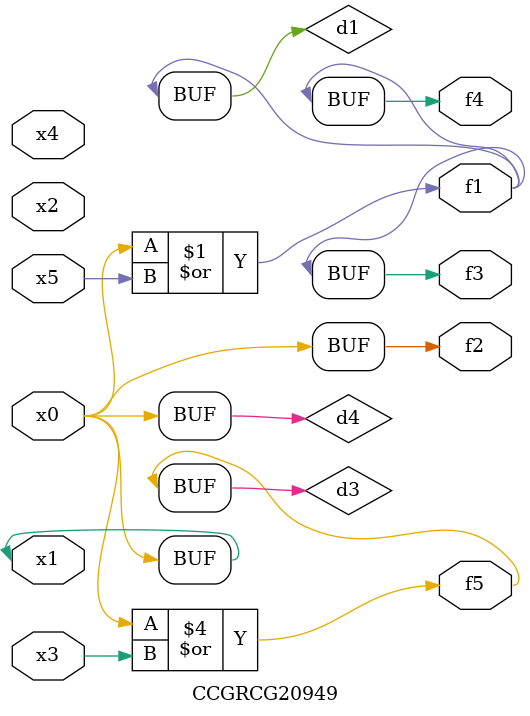
<source format=v>
module CCGRCG20949(
	input x0, x1, x2, x3, x4, x5,
	output f1, f2, f3, f4, f5
);

	wire d1, d2, d3, d4;

	or (d1, x0, x5);
	xnor (d2, x1, x4);
	or (d3, x0, x3);
	buf (d4, x0, x1);
	assign f1 = d1;
	assign f2 = d4;
	assign f3 = d1;
	assign f4 = d1;
	assign f5 = d3;
endmodule

</source>
